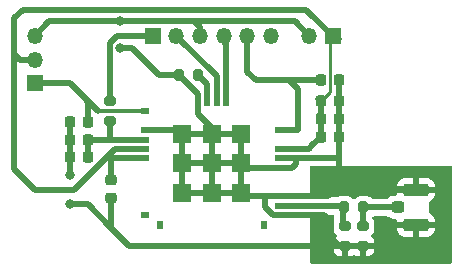
<source format=gbr>
%TF.GenerationSoftware,KiCad,Pcbnew,8.0.1*%
%TF.CreationDate,2024-12-18T11:05:08+01:00*%
%TF.ProjectId,pcb,7063622e-6b69-4636-9164-5f7063625858,rev?*%
%TF.SameCoordinates,Original*%
%TF.FileFunction,Copper,L1,Top*%
%TF.FilePolarity,Positive*%
%FSLAX46Y46*%
G04 Gerber Fmt 4.6, Leading zero omitted, Abs format (unit mm)*
G04 Created by KiCad (PCBNEW 8.0.1) date 2024-12-18 11:05:08*
%MOMM*%
%LPD*%
G01*
G04 APERTURE LIST*
G04 Aperture macros list*
%AMRoundRect*
0 Rectangle with rounded corners*
0 $1 Rounding radius*
0 $2 $3 $4 $5 $6 $7 $8 $9 X,Y pos of 4 corners*
0 Add a 4 corners polygon primitive as box body*
4,1,4,$2,$3,$4,$5,$6,$7,$8,$9,$2,$3,0*
0 Add four circle primitives for the rounded corners*
1,1,$1+$1,$2,$3*
1,1,$1+$1,$4,$5*
1,1,$1+$1,$6,$7*
1,1,$1+$1,$8,$9*
0 Add four rect primitives between the rounded corners*
20,1,$1+$1,$2,$3,$4,$5,0*
20,1,$1+$1,$4,$5,$6,$7,0*
20,1,$1+$1,$6,$7,$8,$9,0*
20,1,$1+$1,$8,$9,$2,$3,0*%
G04 Aperture macros list end*
%TA.AperFunction,SMDPad,CuDef*%
%ADD10R,1.600000X1.600000*%
%TD*%
%TA.AperFunction,SMDPad,CuDef*%
%ADD11R,0.500000X0.800000*%
%TD*%
%TA.AperFunction,SMDPad,CuDef*%
%ADD12R,0.800000X0.500000*%
%TD*%
%TA.AperFunction,SMDPad,CuDef*%
%ADD13RoundRect,0.225000X-0.225000X-0.250000X0.225000X-0.250000X0.225000X0.250000X-0.225000X0.250000X0*%
%TD*%
%TA.AperFunction,SMDPad,CuDef*%
%ADD14RoundRect,0.225000X0.225000X0.250000X-0.225000X0.250000X-0.225000X-0.250000X0.225000X-0.250000X0*%
%TD*%
%TA.AperFunction,SMDPad,CuDef*%
%ADD15RoundRect,0.225000X-0.250000X0.225000X-0.250000X-0.225000X0.250000X-0.225000X0.250000X0.225000X0*%
%TD*%
%TA.AperFunction,SMDPad,CuDef*%
%ADD16RoundRect,0.200000X-0.200000X-0.275000X0.200000X-0.275000X0.200000X0.275000X-0.200000X0.275000X0*%
%TD*%
%TA.AperFunction,SMDPad,CuDef*%
%ADD17RoundRect,0.200000X0.275000X-0.200000X0.275000X0.200000X-0.275000X0.200000X-0.275000X-0.200000X0*%
%TD*%
%TA.AperFunction,ComponentPad*%
%ADD18R,1.350000X1.350000*%
%TD*%
%TA.AperFunction,ComponentPad*%
%ADD19O,1.350000X1.350000*%
%TD*%
%TA.AperFunction,SMDPad,CuDef*%
%ADD20RoundRect,0.250000X-0.275000X-0.250000X0.275000X-0.250000X0.275000X0.250000X-0.275000X0.250000X0*%
%TD*%
%TA.AperFunction,SMDPad,CuDef*%
%ADD21RoundRect,0.250000X-0.850000X-0.275000X0.850000X-0.275000X0.850000X0.275000X-0.850000X0.275000X0*%
%TD*%
%TA.AperFunction,SMDPad,CuDef*%
%ADD22RoundRect,0.200000X-0.275000X0.200000X-0.275000X-0.200000X0.275000X-0.200000X0.275000X0.200000X0*%
%TD*%
%TA.AperFunction,ViaPad*%
%ADD23C,0.800000*%
%TD*%
%TA.AperFunction,Conductor*%
%ADD24C,0.500000*%
%TD*%
%TA.AperFunction,Conductor*%
%ADD25C,0.250000*%
%TD*%
%TA.AperFunction,Conductor*%
%ADD26C,0.300000*%
%TD*%
G04 APERTURE END LIST*
D10*
%TO.P,IC1,57,GND_14*%
%TO.N,Earth*%
X96500000Y-70500000D03*
%TO.P,IC1,56,GND_13*%
X94000000Y-70500000D03*
%TO.P,IC1,55,GND_12*%
X91500000Y-70500000D03*
%TO.P,IC1,54,GND_11*%
X96500000Y-68000000D03*
%TO.P,IC1,53,GND_10*%
X94000000Y-68000000D03*
%TO.P,IC1,52,GND_9*%
X91500000Y-68000000D03*
%TO.P,IC1,51,GND_8*%
X96500000Y-65500000D03*
%TO.P,IC1,50,GND_7*%
X94000000Y-65500000D03*
%TO.P,IC1,49,GND_6*%
X91500000Y-65500000D03*
D11*
%TO.P,IC1,44,GND_5*%
X92800000Y-62800000D03*
%TO.P,IC1,43,BOOT0*%
%TO.N,Net-(IC1-BOOT0)*%
X93600000Y-62800000D03*
%TO.P,IC1,42,PA14/SWCLK*%
%TO.N,/swclk*%
X94400000Y-62800000D03*
%TO.P,IC1,41,PA13/SWDIO*%
%TO.N,/swdio*%
X95200000Y-62800000D03*
D12*
%TO.P,IC1,34,MCU_NRST*%
%TO.N,/rst*%
X99650000Y-65200000D03*
%TO.P,IC1,32,VREF+*%
%TO.N,/vdd*%
X99650000Y-66800000D03*
%TO.P,IC1,31,STSAFE_NRST*%
%TO.N,Earth*%
X99650000Y-67600000D03*
%TO.P,IC1,30,DBG_CRF2*%
X99650000Y-68400000D03*
%TO.P,IC1,27,GND_4*%
X99650000Y-70800000D03*
%TO.P,IC1,26,ANT*%
%TO.N,Net-(IC1-ANT)*%
X99650000Y-71600000D03*
%TO.P,IC1,25,GND_3*%
%TO.N,Earth*%
X99650000Y-72400000D03*
D11*
%TO.P,IC1,24,PA2/ADC2*%
%TO.N,unconnected-(IC1-PA2{slash}ADC2-Pad24)*%
X98400000Y-73200000D03*
%TO.P,IC1,13,DBG_SX1276_DIO0*%
%TO.N,unconnected-(IC1-DBG_SX1276_DIO0-Pad13)*%
X89600000Y-73200000D03*
D12*
%TO.P,IC1,12,DBG_SX1276_DIO1*%
%TO.N,unconnected-(IC1-DBG_SX1276_DIO1-Pad12)*%
X88350000Y-72400000D03*
%TO.P,IC1,6,VDD_RF*%
%TO.N,/vdd*%
X88350000Y-67600000D03*
%TO.P,IC1,5,VDD_MCU*%
X88350000Y-66800000D03*
%TO.P,IC1,4,VDD_USB*%
%TO.N,/vdd_usb*%
X88350000Y-66000000D03*
%TO.P,IC1,3,GND_1*%
%TO.N,Earth*%
X88350000Y-65200000D03*
%TO.P,IC1,1,PA12/USB_DP_*%
%TO.N,/debimetre*%
X88350000Y-63600000D03*
%TD*%
D13*
%TO.P,C13,1*%
%TO.N,/rst*%
X103225000Y-61000000D03*
%TO.P,C13,2*%
%TO.N,Earth*%
X104775000Y-61000000D03*
%TD*%
D14*
%TO.P,C10,1*%
%TO.N,/vdd_usb*%
X83525000Y-66000000D03*
%TO.P,C10,2*%
%TO.N,Earth*%
X81975000Y-66000000D03*
%TD*%
%TO.P,C9,1*%
%TO.N,/vdd_usb*%
X83525000Y-67500000D03*
%TO.P,C9,2*%
%TO.N,Earth*%
X81975000Y-67500000D03*
%TD*%
D13*
%TO.P,C8,1*%
%TO.N,Earth*%
X81975000Y-64500000D03*
%TO.P,C8,2*%
%TO.N,/debimetre*%
X83525000Y-64500000D03*
%TD*%
%TO.P,C7,1*%
%TO.N,/vdd*%
X103225000Y-64250000D03*
%TO.P,C7,2*%
%TO.N,Earth*%
X104775000Y-64250000D03*
%TD*%
D15*
%TO.P,C3,1*%
%TO.N,/vdd*%
X85500000Y-69425000D03*
%TO.P,C3,2*%
%TO.N,Earth*%
X85500000Y-70975000D03*
%TD*%
D13*
%TO.P,C2,1*%
%TO.N,/vdd*%
X103225000Y-65750000D03*
%TO.P,C2,2*%
%TO.N,Earth*%
X104775000Y-65750000D03*
%TD*%
%TO.P,C1,1*%
%TO.N,/vdd*%
X103225000Y-62750000D03*
%TO.P,C1,2*%
%TO.N,Earth*%
X104775000Y-62750000D03*
%TD*%
D16*
%TO.P,R5,1*%
%TO.N,Net-(IC1-ANT)*%
X105180000Y-71750000D03*
%TO.P,R5,2*%
%TO.N,Net-(J1-GND-Pad1)*%
X106830000Y-71750000D03*
%TD*%
D17*
%TO.P,R4,1*%
%TO.N,Earth*%
X106780000Y-75000000D03*
%TO.P,R4,2*%
%TO.N,Net-(J1-GND-Pad1)*%
X106780000Y-73350000D03*
%TD*%
%TO.P,R3,1*%
%TO.N,Earth*%
X105280000Y-75000000D03*
%TO.P,R3,2*%
%TO.N,Net-(IC1-ANT)*%
X105280000Y-73350000D03*
%TD*%
D18*
%TO.P,J3,1,Pin_1*%
%TO.N,/debimetre*%
X79000000Y-61250000D03*
D19*
%TO.P,J3,2,Pin_2*%
%TO.N,/vdd*%
X79000000Y-59250000D03*
%TO.P,J3,3,Pin_3*%
%TO.N,Earth*%
X79000000Y-57250000D03*
%TD*%
D18*
%TO.P,J4,1,Pin_1*%
%TO.N,/vdd*%
X104250000Y-57250000D03*
D19*
%TO.P,J4,2,Pin_2*%
%TO.N,Earth*%
X102250000Y-57250000D03*
%TD*%
D20*
%TO.P,J1,1,GND*%
%TO.N,Net-(J1-GND-Pad1)*%
X109750000Y-71750000D03*
D21*
%TO.P,J1,2,GND*%
%TO.N,Earth*%
X111275000Y-70275000D03*
X111275000Y-73225000D03*
%TD*%
D22*
%TO.P,R1,1*%
%TO.N,Net-(J2-Pin_1)*%
X85400000Y-62751649D03*
%TO.P,R1,2*%
%TO.N,/vdd_usb*%
X85400000Y-64401649D03*
%TD*%
D18*
%TO.P,J2,1,Pin_1*%
%TO.N,Net-(J2-Pin_1)*%
X89000000Y-57250000D03*
D19*
%TO.P,J2,2,Pin_2*%
%TO.N,/swclk*%
X91000000Y-57250000D03*
%TO.P,J2,3,Pin_3*%
%TO.N,Earth*%
X93000000Y-57250000D03*
%TO.P,J2,4,Pin_4*%
%TO.N,/swdio*%
X95000000Y-57250000D03*
%TO.P,J2,5,Pin_5*%
%TO.N,/rst*%
X97000000Y-57250000D03*
%TO.P,J2,6,Pin_6*%
%TO.N,unconnected-(J2-Pin_6-Pad6)*%
X99000000Y-57250000D03*
%TD*%
D16*
%TO.P,R2,1*%
%TO.N,Earth*%
X91175000Y-60500000D03*
%TO.P,R2,2*%
%TO.N,Net-(IC1-BOOT0)*%
X92825000Y-60500000D03*
%TD*%
D23*
%TO.N,Earth*%
X82000000Y-71500000D03*
X86250000Y-58250000D03*
X86250000Y-56000000D03*
X81975000Y-69000000D03*
%TD*%
D24*
%TO.N,/vdd*%
X85800000Y-66800000D02*
X85000000Y-67600000D01*
X88350000Y-66800000D02*
X85800000Y-66800000D01*
%TO.N,Earth*%
X101100000Y-68100000D02*
X101100000Y-67600000D01*
X99650000Y-68400000D02*
X100800000Y-68400000D01*
X100800000Y-68400000D02*
X101100000Y-68100000D01*
X99650000Y-67600000D02*
X101100000Y-67600000D01*
X101100000Y-67600000D02*
X104775000Y-67600000D01*
%TO.N,Net-(J2-Pin_1)*%
X85950000Y-57250000D02*
X85400000Y-57800000D01*
X85400000Y-57800000D02*
X85400000Y-62751649D01*
X89000000Y-57250000D02*
X85950000Y-57250000D01*
%TO.N,/vdd_usb*%
X85400000Y-66000000D02*
X85750000Y-66000000D01*
X85400000Y-64401649D02*
X85400000Y-66000000D01*
X83525000Y-66000000D02*
X85400000Y-66000000D01*
%TO.N,Earth*%
X104775000Y-67600000D02*
X104775000Y-70175000D01*
X104775000Y-65750000D02*
X104775000Y-67600000D01*
X85500000Y-70975000D02*
X85500000Y-73500000D01*
X87000000Y-75000000D02*
X105280000Y-75000000D01*
X85400000Y-73400000D02*
X87000000Y-75000000D01*
X83500000Y-71500000D02*
X85500000Y-73500000D01*
X82000000Y-71500000D02*
X83500000Y-71500000D01*
%TO.N,/vdd*%
X85500000Y-69425000D02*
X85500000Y-67600000D01*
X85500000Y-67600000D02*
X85700000Y-67600000D01*
X85000000Y-67600000D02*
X85500000Y-67600000D01*
X79000000Y-70250000D02*
X82350000Y-70250000D01*
X82350000Y-70250000D02*
X85000000Y-67600000D01*
X77250000Y-68500000D02*
X79000000Y-70250000D01*
X77250000Y-58750000D02*
X77250000Y-68500000D01*
X85700000Y-67600000D02*
X88350000Y-67600000D01*
%TO.N,/rst*%
X97750000Y-61000000D02*
X100500000Y-61000000D01*
X97000000Y-60250000D02*
X97750000Y-61000000D01*
X97000000Y-57250000D02*
X97000000Y-60250000D01*
%TO.N,Earth*%
X111275000Y-74500000D02*
X111275000Y-73225000D01*
X110775000Y-75000000D02*
X111275000Y-74500000D01*
X106780000Y-75000000D02*
X110775000Y-75000000D01*
X104775000Y-70175000D02*
X104800000Y-70200000D01*
X110200000Y-70200000D02*
X104800000Y-70200000D01*
X104800000Y-70200000D02*
X104400000Y-70200000D01*
X104400000Y-70200000D02*
X103800000Y-70800000D01*
X103800000Y-70800000D02*
X99650000Y-70800000D01*
X104800000Y-75000000D02*
X106780000Y-75000000D01*
X103900000Y-74100000D02*
X104800000Y-75000000D01*
X103900000Y-72800000D02*
X103900000Y-74100000D01*
X103500000Y-72400000D02*
X103900000Y-72800000D01*
X99650000Y-72400000D02*
X103500000Y-72400000D01*
%TO.N,Net-(J1-GND-Pad1)*%
X109750000Y-71750000D02*
X106830000Y-71750000D01*
%TO.N,Net-(IC1-ANT)*%
X105030000Y-71600000D02*
X105180000Y-71750000D01*
X99650000Y-71600000D02*
X105030000Y-71600000D01*
X105130000Y-73200000D02*
X105280000Y-73350000D01*
X105130000Y-71675000D02*
X105130000Y-73200000D01*
%TO.N,Net-(J1-GND-Pad1)*%
X106780000Y-71675000D02*
X106780000Y-73350000D01*
D25*
%TO.N,/vdd*%
X104000000Y-57500000D02*
X104000000Y-61975000D01*
X104000000Y-61975000D02*
X103225000Y-62750000D01*
D24*
X104250000Y-57250000D02*
X104000000Y-57500000D01*
%TO.N,/rst*%
X103225000Y-61000000D02*
X100500000Y-61000000D01*
X100500000Y-61000000D02*
X101250000Y-61750000D01*
%TO.N,/vdd*%
X102500000Y-66500000D02*
X102200000Y-66800000D01*
X102500000Y-66475000D02*
X102500000Y-66500000D01*
X102200000Y-66800000D02*
X99650000Y-66800000D01*
X103225000Y-65750000D02*
X102500000Y-66475000D01*
X77750000Y-59250000D02*
X77250000Y-58750000D01*
X78000000Y-55000000D02*
X102000000Y-55000000D01*
X103225000Y-63750000D02*
X103225000Y-62750000D01*
X77250000Y-58750000D02*
X77250000Y-55750000D01*
X103225000Y-64250000D02*
X103225000Y-63750000D01*
X103175000Y-63800000D02*
X103225000Y-63750000D01*
X103225000Y-65750000D02*
X103225000Y-64250000D01*
X104250000Y-57250000D02*
X104500000Y-57250000D01*
X103025000Y-62550000D02*
X103225000Y-62750000D01*
X77250000Y-55750000D02*
X78000000Y-55000000D01*
X102000000Y-55000000D02*
X104250000Y-57250000D01*
X104500000Y-57250000D02*
X104750000Y-57500000D01*
X79000000Y-59250000D02*
X77750000Y-59250000D01*
%TO.N,Earth*%
X89500000Y-60500000D02*
X91175000Y-60500000D01*
X98500000Y-70800000D02*
X99650000Y-70800000D01*
X92800000Y-63800000D02*
X92800000Y-62800000D01*
X91500000Y-65500000D02*
X96500000Y-65500000D01*
X91500000Y-68000000D02*
X96500000Y-68000000D01*
X81975000Y-69000000D02*
X81975000Y-67500000D01*
X91500000Y-65500000D02*
X91200000Y-65200000D01*
X91200000Y-65200000D02*
X88350000Y-65200000D01*
X104775000Y-64250000D02*
X104775000Y-62750000D01*
X92250000Y-56000000D02*
X92500000Y-56000000D01*
X81975000Y-64500000D02*
X81975000Y-66000000D01*
X91175000Y-60500000D02*
X92800000Y-62125000D01*
X99650000Y-68400000D02*
X96900000Y-68400000D01*
X94000000Y-65500000D02*
X94000000Y-70500000D01*
X104775000Y-65750000D02*
X104775000Y-64250000D01*
X87250000Y-58250000D02*
X89500000Y-60500000D01*
X91500000Y-70500000D02*
X96500000Y-70500000D01*
X80250000Y-56000000D02*
X79000000Y-57250000D01*
X99150000Y-72400000D02*
X98500000Y-71750000D01*
X86250000Y-56000000D02*
X82000000Y-56000000D01*
X82000000Y-56000000D02*
X80250000Y-56000000D01*
X91500000Y-65500000D02*
X91500000Y-70500000D01*
X98500000Y-71750000D02*
X98500000Y-70800000D01*
X94000000Y-65000000D02*
X92800000Y-63800000D01*
X92250000Y-56000000D02*
X86250000Y-56000000D01*
X102250000Y-57250000D02*
X101000000Y-56000000D01*
X96500000Y-70500000D02*
X96800000Y-70800000D01*
X104775000Y-61000000D02*
X104775000Y-62750000D01*
X96900000Y-68400000D02*
X96500000Y-68000000D01*
X93000000Y-56500000D02*
X93000000Y-57250000D01*
X96500000Y-70500000D02*
X96500000Y-65500000D01*
X101000000Y-56000000D02*
X92250000Y-56000000D01*
X94000000Y-65500000D02*
X94000000Y-65000000D01*
X92800000Y-62125000D02*
X92800000Y-62800000D01*
X86250000Y-58250000D02*
X87250000Y-58250000D01*
X81975000Y-67500000D02*
X81975000Y-66000000D01*
X96800000Y-70800000D02*
X98500000Y-70800000D01*
X92500000Y-56000000D02*
X93000000Y-56500000D01*
X99650000Y-72400000D02*
X99150000Y-72400000D01*
%TO.N,/debimetre*%
X79000000Y-61250000D02*
X82000000Y-61250000D01*
X82000000Y-61250000D02*
X84350000Y-63600000D01*
X83525000Y-64500000D02*
X83525000Y-62775000D01*
D26*
X84350000Y-63600000D02*
X88350000Y-63600000D01*
D24*
X83525000Y-62775000D02*
X83375000Y-62625000D01*
%TO.N,/vdd_usb*%
X86750000Y-66000000D02*
X88350000Y-66000000D01*
X83525000Y-67500000D02*
X83525000Y-66000000D01*
X86250000Y-66000000D02*
X86750000Y-66000000D01*
X85750000Y-66000000D02*
X86250000Y-66000000D01*
%TO.N,/rst*%
X101250000Y-65200000D02*
X99650000Y-65200000D01*
X101250000Y-61750000D02*
X101250000Y-65200000D01*
%TO.N,/swdio*%
X95200000Y-57700000D02*
X95200000Y-62800000D01*
X95000000Y-57500000D02*
X95200000Y-57700000D01*
X95000000Y-57250000D02*
X95000000Y-57750000D01*
X95000000Y-57250000D02*
X95000000Y-57500000D01*
X95000000Y-57750000D02*
X95200000Y-57950000D01*
%TO.N,/swclk*%
X94400000Y-62800000D02*
X94400000Y-60650000D01*
X94400000Y-60650000D02*
X91000000Y-57250000D01*
%TO.N,Net-(IC1-BOOT0)*%
X92825000Y-60500000D02*
X93600000Y-61275000D01*
X93600000Y-61275000D02*
X93600000Y-62800000D01*
%TD*%
%TA.AperFunction,Conductor*%
%TO.N,Earth*%
G36*
X114242539Y-68219685D02*
G01*
X114288294Y-68272489D01*
X114299500Y-68324000D01*
X114299500Y-76375500D01*
X114279815Y-76442539D01*
X114227011Y-76488294D01*
X114175500Y-76499500D01*
X102424000Y-76499500D01*
X102356961Y-76479815D01*
X102311206Y-76427011D01*
X102300000Y-76375500D01*
X102300000Y-75250000D01*
X104305001Y-75250000D01*
X104305001Y-75256582D01*
X104311408Y-75327102D01*
X104311409Y-75327107D01*
X104361981Y-75489396D01*
X104449927Y-75634877D01*
X104570122Y-75755072D01*
X104715604Y-75843019D01*
X104715603Y-75843019D01*
X104877894Y-75893590D01*
X104877892Y-75893590D01*
X104948418Y-75899999D01*
X105029999Y-75899998D01*
X105030000Y-75899998D01*
X105030000Y-75250000D01*
X105530000Y-75250000D01*
X105530000Y-75899999D01*
X105611581Y-75899999D01*
X105682102Y-75893591D01*
X105682107Y-75893590D01*
X105844396Y-75843018D01*
X105965850Y-75769597D01*
X106033404Y-75751761D01*
X106094150Y-75769597D01*
X106215604Y-75843019D01*
X106215603Y-75843019D01*
X106377894Y-75893590D01*
X106377892Y-75893590D01*
X106448418Y-75899999D01*
X106529999Y-75899998D01*
X106530000Y-75899998D01*
X106530000Y-75250000D01*
X107030000Y-75250000D01*
X107030000Y-75899999D01*
X107111581Y-75899999D01*
X107182102Y-75893591D01*
X107182107Y-75893590D01*
X107344396Y-75843018D01*
X107489877Y-75755072D01*
X107610072Y-75634877D01*
X107698019Y-75489395D01*
X107748590Y-75327106D01*
X107755000Y-75256572D01*
X107755000Y-75250000D01*
X107030000Y-75250000D01*
X106530000Y-75250000D01*
X105530000Y-75250000D01*
X105030000Y-75250000D01*
X104305001Y-75250000D01*
X102300000Y-75250000D01*
X102300000Y-72474500D01*
X102319685Y-72407461D01*
X102372489Y-72361706D01*
X102424000Y-72350500D01*
X104255500Y-72350500D01*
X104322539Y-72370185D01*
X104368294Y-72422989D01*
X104379500Y-72474500D01*
X104379500Y-72796086D01*
X104363607Y-72853104D01*
X104364601Y-72853552D01*
X104361662Y-72860082D01*
X104361621Y-72860230D01*
X104361523Y-72860391D01*
X104361522Y-72860393D01*
X104361522Y-72860394D01*
X104349181Y-72899998D01*
X104310913Y-73022807D01*
X104304500Y-73093386D01*
X104304500Y-73606613D01*
X104310913Y-73677192D01*
X104361522Y-73839606D01*
X104449530Y-73985188D01*
X104552015Y-74087673D01*
X104585500Y-74148996D01*
X104580516Y-74218688D01*
X104552015Y-74263035D01*
X104449928Y-74365121D01*
X104449927Y-74365122D01*
X104361980Y-74510604D01*
X104311409Y-74672893D01*
X104305000Y-74743427D01*
X104305000Y-74750000D01*
X107754999Y-74750000D01*
X107754999Y-74743417D01*
X107748591Y-74672897D01*
X107748590Y-74672892D01*
X107698018Y-74510603D01*
X107610072Y-74365122D01*
X107507984Y-74263034D01*
X107474499Y-74201711D01*
X107479483Y-74132019D01*
X107507983Y-74087673D01*
X107610472Y-73985185D01*
X107698478Y-73839606D01*
X107749086Y-73677196D01*
X107755500Y-73606616D01*
X107755500Y-73475000D01*
X109675001Y-73475000D01*
X109675001Y-73549986D01*
X109685494Y-73652697D01*
X109740641Y-73819119D01*
X109740643Y-73819124D01*
X109832684Y-73968345D01*
X109956654Y-74092315D01*
X110105875Y-74184356D01*
X110105880Y-74184358D01*
X110272302Y-74239505D01*
X110272309Y-74239506D01*
X110375019Y-74249999D01*
X111024999Y-74249999D01*
X111025000Y-74249998D01*
X111025000Y-73475000D01*
X111525000Y-73475000D01*
X111525000Y-74249999D01*
X112174972Y-74249999D01*
X112174986Y-74249998D01*
X112277697Y-74239505D01*
X112444119Y-74184358D01*
X112444124Y-74184356D01*
X112593345Y-74092315D01*
X112717315Y-73968345D01*
X112809356Y-73819124D01*
X112809358Y-73819119D01*
X112864505Y-73652697D01*
X112864506Y-73652690D01*
X112874999Y-73549986D01*
X112875000Y-73549973D01*
X112875000Y-73475000D01*
X111525000Y-73475000D01*
X111025000Y-73475000D01*
X109675001Y-73475000D01*
X107755500Y-73475000D01*
X107755500Y-73093384D01*
X107749086Y-73022804D01*
X107698478Y-72860394D01*
X107610472Y-72714815D01*
X107610470Y-72714813D01*
X107610469Y-72714811D01*
X107607839Y-72712181D01*
X107606528Y-72709781D01*
X107605843Y-72708906D01*
X107605988Y-72708792D01*
X107574354Y-72650858D01*
X107579338Y-72581166D01*
X107621210Y-72525233D01*
X107686674Y-72500816D01*
X107695520Y-72500500D01*
X108862770Y-72500500D01*
X108929809Y-72520185D01*
X108950451Y-72536819D01*
X109006344Y-72592712D01*
X109155666Y-72684814D01*
X109322203Y-72739999D01*
X109424991Y-72750500D01*
X109552962Y-72750499D01*
X109620000Y-72770183D01*
X109665755Y-72822987D01*
X109676319Y-72887096D01*
X109675001Y-72899998D01*
X109675000Y-72900026D01*
X109675000Y-72975000D01*
X112874999Y-72975000D01*
X112874999Y-72900028D01*
X112874998Y-72900013D01*
X112864505Y-72797302D01*
X112809358Y-72630880D01*
X112809356Y-72630875D01*
X112717315Y-72481654D01*
X112593345Y-72357684D01*
X112437975Y-72261851D01*
X112439032Y-72260137D01*
X112394153Y-72220619D01*
X112375000Y-72154413D01*
X112375000Y-71345586D01*
X112394685Y-71278547D01*
X112439013Y-71239832D01*
X112437975Y-71238149D01*
X112593345Y-71142315D01*
X112717315Y-71018345D01*
X112809356Y-70869124D01*
X112809358Y-70869119D01*
X112864505Y-70702697D01*
X112864506Y-70702690D01*
X112874999Y-70599986D01*
X112875000Y-70599973D01*
X112875000Y-70525000D01*
X109675001Y-70525000D01*
X109675001Y-70599981D01*
X109676321Y-70612904D01*
X109663548Y-70681596D01*
X109615665Y-70732478D01*
X109552963Y-70749500D01*
X109424999Y-70749500D01*
X109424980Y-70749501D01*
X109322203Y-70760000D01*
X109322200Y-70760001D01*
X109155668Y-70815185D01*
X109155663Y-70815187D01*
X109006342Y-70907289D01*
X108950451Y-70963181D01*
X108889128Y-70996666D01*
X108862770Y-70999500D01*
X107596519Y-70999500D01*
X107529480Y-70979815D01*
X107508837Y-70963180D01*
X107465188Y-70919531D01*
X107465188Y-70919530D01*
X107444937Y-70907288D01*
X107319606Y-70831522D01*
X107157196Y-70780914D01*
X107157194Y-70780913D01*
X107157192Y-70780913D01*
X107107778Y-70776423D01*
X107086616Y-70774500D01*
X106573384Y-70774500D01*
X106554145Y-70776248D01*
X106502807Y-70780913D01*
X106340393Y-70831522D01*
X106194811Y-70919530D01*
X106194810Y-70919531D01*
X106092681Y-71021661D01*
X106031358Y-71055146D01*
X105961666Y-71050162D01*
X105917319Y-71021661D01*
X105815188Y-70919530D01*
X105794937Y-70907288D01*
X105669606Y-70831522D01*
X105507196Y-70780914D01*
X105507194Y-70780913D01*
X105507192Y-70780913D01*
X105457778Y-70776423D01*
X105436616Y-70774500D01*
X104923384Y-70774500D01*
X104904145Y-70776248D01*
X104852807Y-70780913D01*
X104690390Y-70831523D01*
X104690233Y-70831619D01*
X104690089Y-70831659D01*
X104683555Y-70834600D01*
X104683107Y-70833605D01*
X104626087Y-70849500D01*
X102424000Y-70849500D01*
X102356961Y-70829815D01*
X102311206Y-70777011D01*
X102300000Y-70725500D01*
X102300000Y-70025000D01*
X109675000Y-70025000D01*
X111025000Y-70025000D01*
X111025000Y-69250000D01*
X111525000Y-69250000D01*
X111525000Y-70025000D01*
X112874999Y-70025000D01*
X112874999Y-69950028D01*
X112874998Y-69950013D01*
X112864505Y-69847302D01*
X112809358Y-69680880D01*
X112809356Y-69680875D01*
X112717315Y-69531654D01*
X112593345Y-69407684D01*
X112444124Y-69315643D01*
X112444119Y-69315641D01*
X112277697Y-69260494D01*
X112277690Y-69260493D01*
X112174986Y-69250000D01*
X111525000Y-69250000D01*
X111025000Y-69250000D01*
X110375028Y-69250000D01*
X110375012Y-69250001D01*
X110272302Y-69260494D01*
X110105880Y-69315641D01*
X110105875Y-69315643D01*
X109956654Y-69407684D01*
X109832684Y-69531654D01*
X109740643Y-69680875D01*
X109740641Y-69680880D01*
X109685494Y-69847302D01*
X109685493Y-69847309D01*
X109675000Y-69950013D01*
X109675000Y-70025000D01*
X102300000Y-70025000D01*
X102300000Y-68324000D01*
X102319685Y-68256961D01*
X102372489Y-68211206D01*
X102424000Y-68200000D01*
X114175500Y-68200000D01*
X114242539Y-68219685D01*
G37*
%TD.AperFunction*%
%TD*%
M02*

</source>
